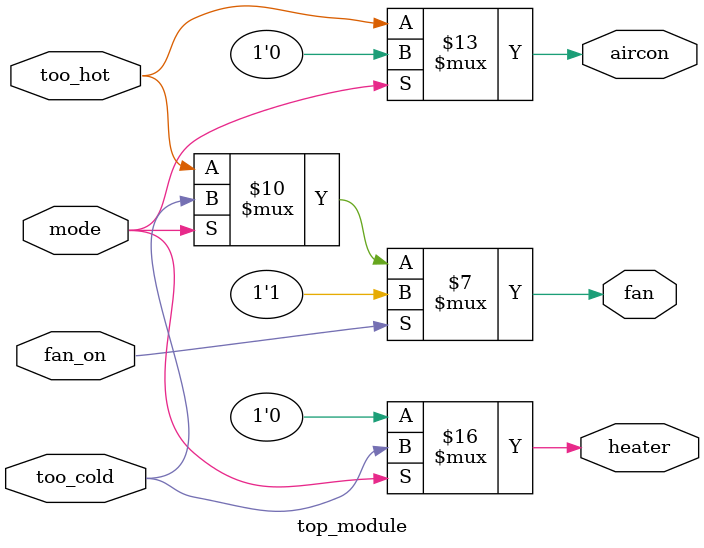
<source format=sv>
module top_module(
    input mode,
    input too_cold, 
    input too_hot,
    input fan_on,
    output reg heater,
    output reg aircon,
    output reg fan
);

always @(*) begin
    // Heating mode
    if (mode == 1'b1) begin
        heater = too_cold;
        aircon = 1'b0;
        fan = (too_cold | heater);
    end
    // Cooling mode
    else begin
        heater = 1'b0;
        aircon = too_hot;
        fan = (too_hot | aircon);
    end

    // Fan-only mode
    if (fan_on == 1'b1) begin
        fan = 1'b1;
    end
end

endmodule

</source>
